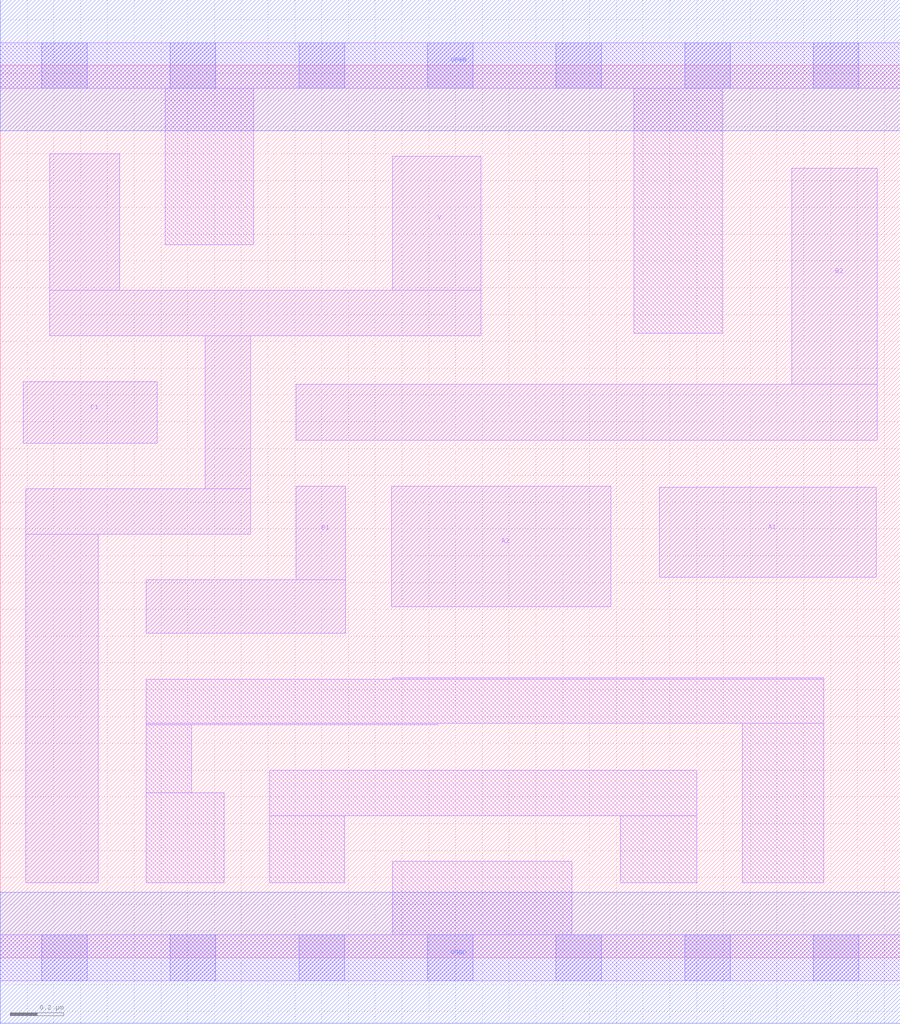
<source format=lef>
# Copyright 2020 The SkyWater PDK Authors
#
# Licensed under the Apache License, Version 2.0 (the "License");
# you may not use this file except in compliance with the License.
# You may obtain a copy of the License at
#
#     https://www.apache.org/licenses/LICENSE-2.0
#
# Unless required by applicable law or agreed to in writing, software
# distributed under the License is distributed on an "AS IS" BASIS,
# WITHOUT WARRANTIES OR CONDITIONS OF ANY KIND, either express or implied.
# See the License for the specific language governing permissions and
# limitations under the License.
#
# SPDX-License-Identifier: Apache-2.0

VERSION 5.7 ;
  NAMESCASESENSITIVE ON ;
  NOWIREEXTENSIONATPIN ON ;
  DIVIDERCHAR "/" ;
  BUSBITCHARS "[]" ;
UNITS
  DATABASE MICRONS 200 ;
END UNITS
MACRO sky130_fd_sc_lp__o221ai_0
  CLASS CORE ;
  SOURCE USER ;
  FOREIGN sky130_fd_sc_lp__o221ai_0 ;
  ORIGIN  0.000000  0.000000 ;
  SIZE  3.360000 BY  3.330000 ;
  SYMMETRY X Y R90 ;
  SITE unit ;
  PIN A1
    ANTENNAGATEAREA  0.159000 ;
    DIRECTION INPUT ;
    USE SIGNAL ;
    PORT
      LAYER li1 ;
        RECT 2.460000 1.420000 3.270000 1.755000 ;
    END
  END A1
  PIN A2
    ANTENNAGATEAREA  0.159000 ;
    DIRECTION INPUT ;
    USE SIGNAL ;
    PORT
      LAYER li1 ;
        RECT 1.460000 1.310000 2.280000 1.760000 ;
    END
  END A2
  PIN B1
    ANTENNAGATEAREA  0.159000 ;
    DIRECTION INPUT ;
    USE SIGNAL ;
    PORT
      LAYER li1 ;
        RECT 0.545000 1.210000 1.290000 1.410000 ;
        RECT 1.105000 1.410000 1.290000 1.760000 ;
    END
  END B1
  PIN B2
    ANTENNAGATEAREA  0.159000 ;
    DIRECTION INPUT ;
    USE SIGNAL ;
    PORT
      LAYER li1 ;
        RECT 1.105000 1.930000 3.275000 2.140000 ;
        RECT 2.955000 2.140000 3.275000 2.945000 ;
    END
  END B2
  PIN C1
    ANTENNAGATEAREA  0.159000 ;
    DIRECTION INPUT ;
    USE SIGNAL ;
    PORT
      LAYER li1 ;
        RECT 0.085000 1.920000 0.585000 2.150000 ;
    END
  END C1
  PIN Y
    ANTENNADIFFAREA  0.530500 ;
    DIRECTION OUTPUT ;
    USE SIGNAL ;
    PORT
      LAYER li1 ;
        RECT 0.095000 0.280000 0.365000 1.580000 ;
        RECT 0.095000 1.580000 0.935000 1.750000 ;
        RECT 0.185000 2.320000 1.795000 2.490000 ;
        RECT 0.185000 2.490000 0.445000 3.000000 ;
        RECT 0.765000 1.750000 0.935000 2.320000 ;
        RECT 1.465000 2.490000 1.795000 2.990000 ;
    END
  END Y
  PIN VGND
    DIRECTION INOUT ;
    USE GROUND ;
    PORT
      LAYER met1 ;
        RECT 0.000000 -0.245000 3.360000 0.245000 ;
    END
  END VGND
  PIN VPWR
    DIRECTION INOUT ;
    USE POWER ;
    PORT
      LAYER met1 ;
        RECT 0.000000 3.085000 3.360000 3.575000 ;
    END
  END VPWR
  OBS
    LAYER li1 ;
      RECT 0.000000 -0.085000 3.360000 0.085000 ;
      RECT 0.000000  3.245000 3.360000 3.415000 ;
      RECT 0.545000  0.280000 0.835000 0.615000 ;
      RECT 0.545000  0.615000 0.715000 0.870000 ;
      RECT 0.545000  0.870000 1.635000 0.875000 ;
      RECT 0.545000  0.875000 3.075000 1.040000 ;
      RECT 0.615000  2.660000 0.945000 3.245000 ;
      RECT 1.005000  0.280000 1.285000 0.530000 ;
      RECT 1.005000  0.530000 2.600000 0.700000 ;
      RECT 1.465000  0.085000 2.135000 0.360000 ;
      RECT 1.465000  1.040000 3.075000 1.045000 ;
      RECT 2.315000  0.280000 2.600000 0.530000 ;
      RECT 2.365000  2.330000 2.695000 3.245000 ;
      RECT 2.770000  0.280000 3.075000 0.875000 ;
    LAYER mcon ;
      RECT 0.155000 -0.085000 0.325000 0.085000 ;
      RECT 0.155000  3.245000 0.325000 3.415000 ;
      RECT 0.635000 -0.085000 0.805000 0.085000 ;
      RECT 0.635000  3.245000 0.805000 3.415000 ;
      RECT 1.115000 -0.085000 1.285000 0.085000 ;
      RECT 1.115000  3.245000 1.285000 3.415000 ;
      RECT 1.595000 -0.085000 1.765000 0.085000 ;
      RECT 1.595000  3.245000 1.765000 3.415000 ;
      RECT 2.075000 -0.085000 2.245000 0.085000 ;
      RECT 2.075000  3.245000 2.245000 3.415000 ;
      RECT 2.555000 -0.085000 2.725000 0.085000 ;
      RECT 2.555000  3.245000 2.725000 3.415000 ;
      RECT 3.035000 -0.085000 3.205000 0.085000 ;
      RECT 3.035000  3.245000 3.205000 3.415000 ;
  END
END sky130_fd_sc_lp__o221ai_0

</source>
